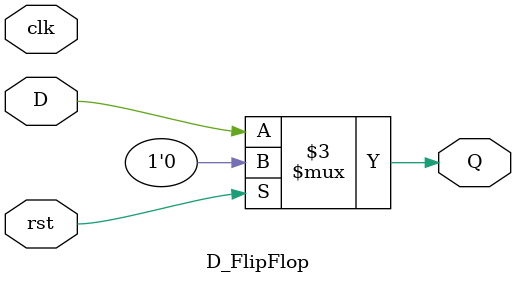
<source format=v>
module D_FlipFlop(D,clk,rst,Q);
input D,clk,rst;
output reg Q;
always @ (*)
	begin
	if(rst)
		Q <= 0;
	else
		Q <= D;
	end
endmodule
</source>
